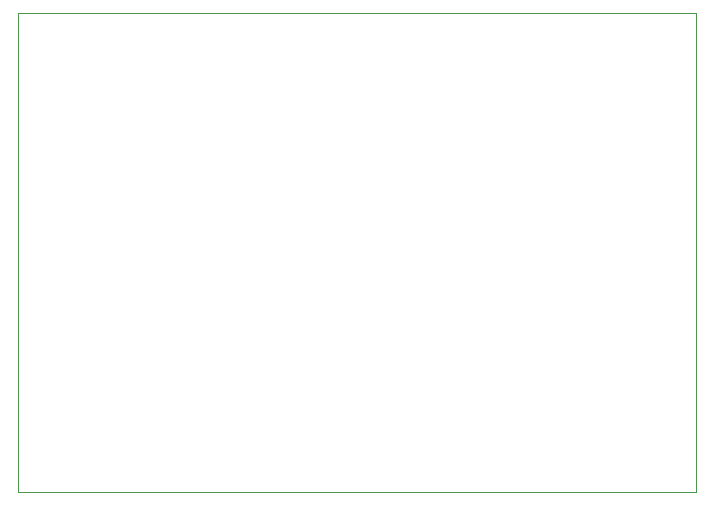
<source format=gbr>
%TF.GenerationSoftware,KiCad,Pcbnew,(6.0.10)*%
%TF.CreationDate,2023-01-14T17:08:10-08:00*%
%TF.ProjectId,power,706f7765-722e-46b6-9963-61645f706362,rev?*%
%TF.SameCoordinates,PX62fdcc0PY7270e00*%
%TF.FileFunction,Profile,NP*%
%FSLAX46Y46*%
G04 Gerber Fmt 4.6, Leading zero omitted, Abs format (unit mm)*
G04 Created by KiCad (PCBNEW (6.0.10)) date 2023-01-14 17:08:10*
%MOMM*%
%LPD*%
G01*
G04 APERTURE LIST*
%TA.AperFunction,Profile*%
%ADD10C,0.100000*%
%TD*%
G04 APERTURE END LIST*
D10*
X0Y40600000D02*
X57400000Y40600000D01*
X57400000Y40600000D02*
X57400000Y0D01*
X57400000Y0D02*
X0Y0D01*
X0Y0D02*
X0Y40600000D01*
M02*

</source>
